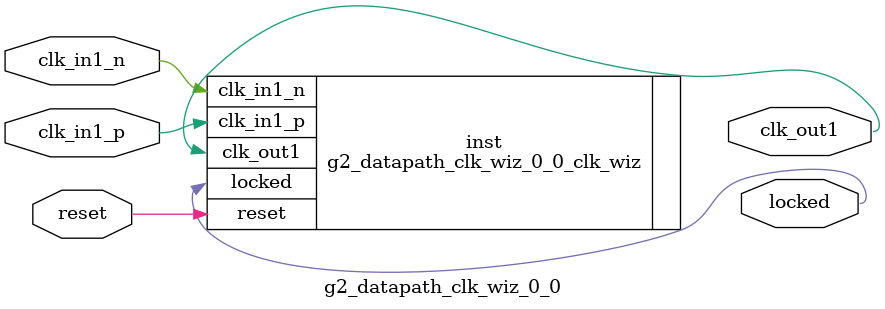
<source format=v>


`timescale 1ps/1ps

(* CORE_GENERATION_INFO = "g2_datapath_clk_wiz_0_0,clk_wiz_v6_0_9_0_0,{component_name=g2_datapath_clk_wiz_0_0,use_phase_alignment=true,use_min_o_jitter=false,use_max_i_jitter=false,use_dyn_phase_shift=false,use_inclk_switchover=false,use_dyn_reconfig=false,enable_axi=0,feedback_source=FDBK_AUTO,PRIMITIVE=MMCM,num_out_clk=1,clkin1_period=5.000,clkin2_period=10.0,use_power_down=false,use_reset=true,use_locked=true,use_inclk_stopped=false,feedback_type=SINGLE,CLOCK_MGR_TYPE=NA,manual_override=false}" *)

module g2_datapath_clk_wiz_0_0 
 (
  // Clock out ports
  output        clk_out1,
  // Status and control signals
  input         reset,
  output        locked,
 // Clock in ports
  input         clk_in1_p,
  input         clk_in1_n
 );

  g2_datapath_clk_wiz_0_0_clk_wiz inst
  (
  // Clock out ports  
  .clk_out1(clk_out1),
  // Status and control signals               
  .reset(reset), 
  .locked(locked),
 // Clock in ports
  .clk_in1_p(clk_in1_p),
  .clk_in1_n(clk_in1_n)
  );

endmodule

</source>
